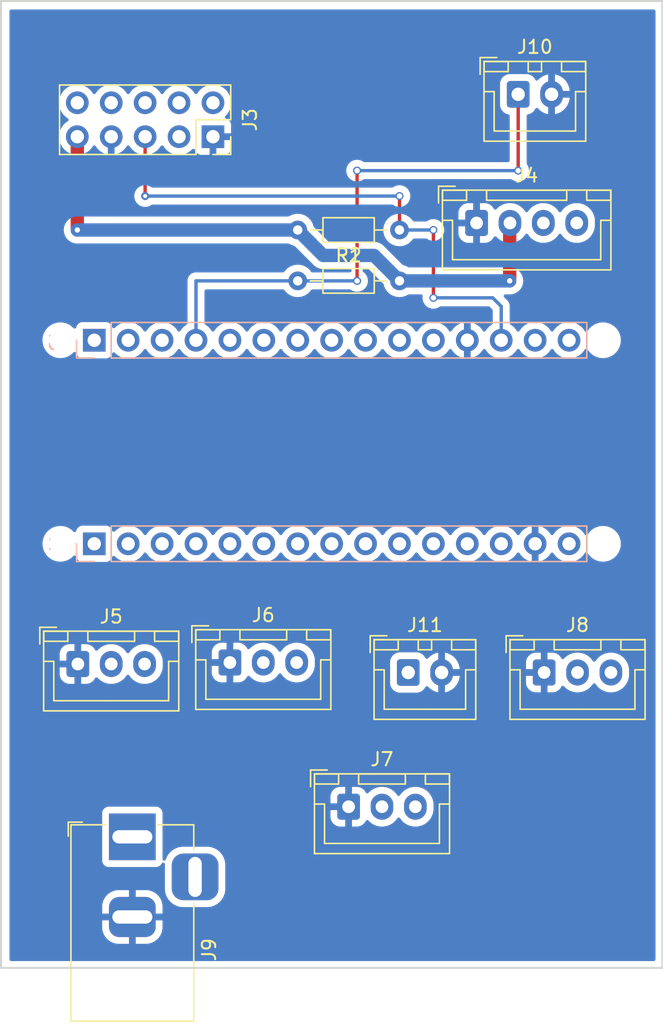
<source format=kicad_pcb>
(kicad_pcb (version 20211014) (generator pcbnew)
  (title_block (date "sam. 04 avril 2015"))
  (layers (0 "F.Cu" signal) (31 "B.Cu" signal) (34 "B.Paste" user) (35 "F.Paste" user) (36 "B.SilkS" user "B.Silkscreen") (37 "F.SilkS" user "F.Silkscreen") (38 "B.Mask" user) (39 "F.Mask" user) (44 "Edge.Cuts" user))
  (net 0 "")
  (net 1 "GND")
  (net 2 "/~{RESET}")
  (net 3 "VCC")
  (net 4 "/*D9")
  (net 5 "/D8")
  (net 6 "/D7")
  (net 7 "/*D6")
  (net 8 "/*D5")
  (net 9 "/D4")
  (net 10 "+5V")
  (net 11 "/A3")
  (net 12 "/A2")
  (net 13 "/A1")
  (net 14 "/A0")
  (net 15 "/AREF")
  (net 16 "/D0{slash}RX")
  (net 17 "/D1{slash}TX")
  (net 18 "+3V3")
  (net 19 "/A7")
  (net 20 "/A6")
  (net 21 "/A5{slash}SCL")
  (net 22 "/A4{slash}SDA")
  (net 23 "/D13{slash}SCK")
  (net 24 "/D2")
  (net 25 "/*D3")
  (net 26 "/*D10{slash}SS")
  (net 27 "/*D11{slash}MOSI")
  (net 28 "/D12{slash}MISO")
  (footprint "Connector_JST:JST_XH_B3B-XH-A_1x03_P2.50mm_Vertical" (layer "F.Cu") (at 137.505 108.365)
    (fp_text reference "J8" (at 2.5 -3.55) (layer "F.SilkS"))
    (fp_text value "to_ETC")
    (fp_line (start 7.55 -1.7) (end 7.55 -2.45) (layer "F.SilkS") (width 0.12))
    (fp_line (start 4.25 -2.45) (end 0.75 -2.45) (layer "F.SilkS") (width 0.12))
    (fp_line (start 0.75 -2.45) (end 0.75 -1.7) (layer "F.SilkS") (width 0.12))
    (fp_line (start -2.55 -1.7) (end -0.75 -1.7) (layer "F.SilkS") (width 0.12))
    (fp_line (start -2.56 3.51) (end 7.56 3.51) (layer "F.SilkS") (width 0.12))
    (fp_line (start -1.8 2.75) (end 2.5 2.75) (layer "F.SilkS") (width 0.12))
    (fp_line (start 7.56 3.51) (end 7.56 -2.46) (layer "F.SilkS") (width 0.12))
    (fp_line (start -2.55 -0.2) (end -1.8 -0.2) (layer "F.SilkS") (width 0.12))
    (fp_line (start 0.75 -1.7) (end 4.25 -1.7) (layer "F.SilkS") (width 0.12))
    (fp_line (start 7.55 -0.2) (end 6.8 -0.2) (layer "F.SilkS") (width 0.12))
    (fp_line (start 4.25 -1.7) (end 4.25 -2.45) (layer "F.SilkS") (width 0.12))
    (fp_line (start 5.75 -1.7) (end 7.55 -1.7) (layer "F.SilkS") (width 0.12))
    (fp_line (start 7.55 -2.45) (end 5.75 -2.45) (layer "F.SilkS") (width 0.12))
    (fp_line (start 5.75 -2.45) (end 5.75 -1.7) (layer "F.SilkS") (width 0.12))
    (fp_line (start -2.85 -2.75) (end -2.85 -1.5) (layer "F.SilkS") (width 0.12))
    (fp_line (start 6.8 2.75) (end 2.5 2.75) (layer "F.SilkS") (width 0.12))
    (fp_line (start -1.8 -0.2) (end -1.8 2.75) (layer "F.SilkS") (width 0.12))
    (fp_line (start 6.8 -0.2) (end 6.8 2.75) (layer "F.SilkS") (width 0.12))
    (fp_line (start 7.56 -2.46) (end -2.56 -2.46) (layer "F.SilkS") (width 0.12))
    (fp_line (start -1.6 -2.75) (end -2.85 -2.75) (layer "F.SilkS") (width 0.12))
    (fp_line (start -2.56 -2.46) (end -2.56 3.51) (layer "F.SilkS") (width 0.12))
    (fp_line (start -0.75 -2.45) (end -2.55 -2.45) (layer "F.SilkS") (width 0.12))
    (fp_line (start -0.75 -1.7) (end -0.75 -2.45) (layer "F.SilkS") (width 0.12))
    (fp_line (start -2.55 -2.45) (end -2.55 -1.7) (layer "F.SilkS") (width 0.12))
    (pad "1" thru_hole roundrect (at 0 0) (size 1.7 1.95) (drill 0.95) (layers *.Cu *.Mask) (roundrect_rratio 0.147059) (net 1 "GND"))
    (pad "2" thru_hole oval (at 2.5 0) (size 1.7 1.95) (drill 0.95) (layers *.Cu *.Mask) (net 11 "/A3"))
    (pad "3" thru_hole oval (at 5 0) (size 1.7 1.95) (drill 0.95) (layers *.Cu *.Mask) (net 10 "+5V"))
  )
  (footprint "Arduino_MountingHole:MountingHole_65mil" (layer "F.Cu") (at 101.27 83.49)
    (fp_text reference "MH2" hide)
    (fp_text value "MountingHole_65mil" hide)
    (pad "" np_thru_hole circle locked (at 0 0) (size 1.651 1.651) (drill 1.651) (layers F&B.Cu *.Mask))
  )
  (footprint "Connector_BarrelJack:BarrelJack_Horizontal" (layer "F.Cu") (at 106.6625 120.67 90)
    (fp_text reference "J9" (at -8.45 5.75 90) (layer "F.SilkS"))
    (fp_text value "DC5V")
    (fp_line (start 0.9 1.9) (end 0.9 4.6) (layer "F.SilkS") (width 0.12))
    (fp_line (start -13.8 -4.6) (end 0.9 -4.6) (layer "F.SilkS") (width 0.12))
    (fp_line (start 1.1 -3.75) (end 1.1 -4.8) (layer "F.SilkS") (width 0.12))
    (fp_line (start 0.9 4.6) (end -1 4.6) (layer "F.SilkS") (width 0.12))
    (fp_line (start 0.9 -4.6) (end 0.9 -2) (layer "F.SilkS") (width 0.12))
    (fp_line (start 0.05 -4.8) (end 1.1 -4.8) (layer "F.SilkS") (width 0.12))
    (fp_line (start -5 4.6) (end -13.8 4.6) (layer "F.SilkS") (width 0.12))
    (fp_line (start -13.8 4.6) (end -13.8 -4.6) (layer "F.SilkS") (width 0.12))
    (pad "1" thru_hole rect (at 0 0 90) (size 3.5 3.5) (drill oval 1 3) (layers *.Cu *.Mask) (net 10 "+5V"))
    (pad "2" thru_hole roundrect (at -6 0 90) (size 3 3.5) (drill oval 1 3) (layers *.Cu *.Mask) (net 1 "GND"))
    (pad "3" thru_hole roundrect (at -3 4.7 90) (size 3.5 3.5) (drill oval 3 1) (layers *.Cu *.Mask))
  )
  (footprint "Connector_PinSocket_2.54mm:PinSocket_2x05_P2.54mm_Vertical" (layer "F.Cu") (at 112.7 68.25 -90)
    (fp_text reference "J3" (at -1.27 -2.77 90) (layer "F.SilkS"))
    (fp_text value "to_W5500")
    (fp_line (start -3.87 11.49) (end 1.33 11.49) (layer "F.SilkS") (width 0.12))
    (fp_line (start 1.33 1.27) (end 1.33 11.49) (layer "F.SilkS") (width 0.12))
    (fp_line (start 1.33 -1.33) (end 1.33 0) (layer "F.SilkS") (width 0.12))
    (fp_line (start -1.27 -1.33) (end -1.27 1.27) (layer "F.SilkS") (width 0.12))
    (fp_line (start -1.27 1.27) (end 1.33 1.27) (layer "F.SilkS") (width 0.12))
    (fp_line (start 0 -1.33) (end 1.33 -1.33) (layer "F.SilkS") (width 0.12))
    (fp_line (start -3.87 -1.33) (end -1.27 -1.33) (layer "F.SilkS") (width 0.12))
    (fp_line (start -3.87 -1.33) (end -3.87 11.49) (layer "F.SilkS") (width 0.12))
    (pad "1" thru_hole rect (at 0 0 270) (size 1.7 1.7) (drill 1) (layers *.Cu *.Mask) (net 1 "GND"))
    (pad "2" thru_hole oval (at -2.54 0 270) (size 1.7 1.7) (drill 1) (layers *.Cu *.Mask) (net 23 "/D13{slash}SCK"))
    (pad "3" thru_hole oval (at 0 2.54 270) (size 1.7 1.7) (drill 1) (layers *.Cu *.Mask))
    (pad "4" thru_hole oval (at -2.54 2.54 270) (size 1.7 1.7) (drill 1) (layers *.Cu *.Mask) (net 26 "/*D10{slash}SS"))
    (pad "5" thru_hole oval (at 0 5.08 270) (size 1.7 1.7) (drill 1) (layers *.Cu *.Mask) (net 2 "/~{RESET}"))
    (pad "6" thru_hole oval (at -2.54 5.08 270) (size 1.7 1.7) (drill 1) (layers *.Cu *.Mask) (net 27 "/*D11{slash}MOSI"))
    (pad "7" thru_hole oval (at 0 7.62 270) (size 1.7 1.7) (drill 1) (layers *.Cu *.Mask) (net 1 "GND"))
    (pad "8" thru_hole oval (at -2.54 7.62 270) (size 1.7 1.7) (drill 1) (layers *.Cu *.Mask) (net 28 "/D12{slash}MISO"))
    (pad "9" thru_hole oval (at 0 10.16 270) (size 1.7 1.7) (drill 1) (layers *.Cu *.Mask) (net 10 "+5V"))
    (pad "10" thru_hole oval (at -2.54 10.16 270) (size 1.7 1.7) (drill 1) (layers *.Cu *.Mask))
  )
  (footprint "Connector_JST:JST_XH_B2B-XH-A_1x02_P2.50mm_Vertical" (layer "F.Cu") (at 135.56 65.075)
    (fp_text reference "J10" (at 1.25 -3.55) (layer "F.SilkS"))
    (fp_text value "SELE")
    (fp_line (start 5.06 3.51) (end 5.06 -2.46) (layer "F.SilkS") (width 0.12))
    (fp_line (start -0.75 -2.45) (end -2.55 -2.45) (layer "F.SilkS") (width 0.12))
    (fp_line (start 5.06 -2.46) (end -2.56 -2.46) (layer "F.SilkS") (width 0.12))
    (fp_line (start -1.8 2.75) (end 1.25 2.75) (layer "F.SilkS") (width 0.12))
    (fp_line (start 1.75 -1.7) (end 1.75 -2.45) (layer "F.SilkS") (width 0.12))
    (fp_line (start 4.3 2.75) (end 1.25 2.75) (layer "F.SilkS") (width 0.12))
    (fp_line (start -1.8 -0.2) (end -1.8 2.75) (layer "F.SilkS") (width 0.12))
    (fp_line (start 5.05 -2.45) (end 3.25 -2.45) (layer "F.SilkS") (width 0.12))
    (fp_line (start -2.55 -2.45) (end -2.55 -1.7) (layer "F.SilkS") (width 0.12))
    (fp_line (start -0.75 -1.7) (end -0.75 -2.45) (layer "F.SilkS") (width 0.12))
    (fp_line (start -2.55 -0.2) (end -1.8 -0.2) (layer "F.SilkS") (width 0.12))
    (fp_line (start 0.75 -1.7) (end 1.75 -1.7) (layer "F.SilkS") (width 0.12))
    (fp_line (start 1.75 -2.45) (end 0.75 -2.45) (layer "F.SilkS") (width 0.12))
    (fp_line (start 3.25 -2.45) (end 3.25 -1.7) (layer "F.SilkS") (width 0.12))
    (fp_line (start -2.55 -1.7) (end -0.75 -1.7) (layer "F.SilkS") (width 0.12))
    (fp_line (start -2.56 3.51) (end 5.06 3.51) (layer "F.SilkS") (width 0.12))
    (fp_line (start -2.56 -2.46) (end -2.56 3.51) (layer "F.SilkS") (width 0.12))
    (fp_line (start 3.25 -1.7) (end 5.05 -1.7) (layer "F.SilkS") (width 0.12))
    (fp_line (start -1.6 -2.75) (end -2.85 -2.75) (layer "F.SilkS") (width 0.12))
    (fp_line (start 5.05 -1.7) (end 5.05 -2.45) (layer "F.SilkS") (width 0.12))
    (fp_line (start -2.85 -2.75) (end -2.85 -1.5) (layer "F.SilkS") (width 0.12))
    (fp_line (start 0.75 -2.45) (end 0.75 -1.7) (layer "F.SilkS") (width 0.12))
    (fp_line (start 5.05 -0.2) (end 4.3 -0.2) (layer "F.SilkS") (width 0.12))
    (fp_line (start 4.3 -0.2) (end 4.3 2.75) (layer "F.SilkS") (width 0.12))
    (pad "1" thru_hole roundrect (at 0 0) (size 1.7 2) (drill 1) (layers *.Cu *.Mask) (roundrect_rratio 0.147059) (net 4 "/*D9"))
    (pad "2" thru_hole oval (at 2.5 0) (size 1.7 2) (drill 1) (layers *.Cu *.Mask) (net 1 "GND"))
  )
  (footprint "Arduino_MountingHole:MountingHole_65mil" (layer "F.Cu") (at 141.91 98.73)
    (fp_text reference "MH4" hide)
    (fp_text value "MountingHole_65mil" hide)
    (pad "" np_thru_hole circle locked (at 0 0) (size 1.651 1.651) (drill 1.651) (layers F&B.Cu *.Mask))
  )
  (footprint "Connector_JST:JST_XH_B3B-XH-A_1x03_P2.50mm_Vertical" (layer "F.Cu") (at 113.97 107.62)
    (fp_text reference "J6" (at 2.5 -3.55) (layer "F.SilkS"))
    (fp_text value "to_HUMI")
    (fp_line (start -1.8 2.75) (end 2.5 2.75) (layer "F.SilkS") (width 0.12))
    (fp_line (start 7.56 3.51) (end 7.56 -2.46) (layer "F.SilkS") (width 0.12))
    (fp_line (start -0.75 -1.7) (end -0.75 -2.45) (layer "F.SilkS") (width 0.12))
    (fp_line (start -2.56 3.51) (end 7.56 3.51) (layer "F.SilkS") (width 0.12))
    (fp_line (start 0.75 -2.45) (end 0.75 -1.7) (layer "F.SilkS") (width 0.12))
    (fp_line (start 7.55 -0.2) (end 6.8 -0.2) (layer "F.SilkS") (width 0.12))
    (fp_line (start 4.25 -2.45) (end 0.75 -2.45) (layer "F.SilkS") (width 0.12))
    (fp_line (start -2.55 -1.7) (end -0.75 -1.7) (layer "F.SilkS") (width 0.12))
    (fp_line (start 6.8 -0.2) (end 6.8 2.75) (layer "F.SilkS") (width 0.12))
    (fp_line (start 7.55 -1.7) (end 7.55 -2.45) (layer "F.SilkS") (width 0.12))
    (fp_line (start -1.8 -0.2) (end -1.8 2.75) (layer "F.SilkS") (width 0.12))
    (fp_line (start -1.6 -2.75) (end -2.85 -2.75) (layer "F.SilkS") (width 0.12))
    (fp_line (start -2.56 -2.46) (end -2.56 3.51) (layer "F.SilkS") (width 0.12))
    (fp_line (start 0.75 -1.7) (end 4.25 -1.7) (layer "F.SilkS") (width 0.12))
    (fp_line (start -0.75 -2.45) (end -2.55 -2.45) (layer "F.SilkS") (width 0.12))
    (fp_line (start -2.55 -0.2) (end -1.8 -0.2) (layer "F.SilkS") (width 0.12))
    (fp_line (start 7.55 -2.45) (end 5.75 -2.45) (layer "F.SilkS") (width 0.12))
    (fp_line (start -2.55 -2.45) (end -2.55 -1.7) (layer "F.SilkS") (width 0.12))
    (fp_line (start 6.8 2.75) (end 2.5 2.75) (layer "F.SilkS") (width 0.12))
    (fp_line (start 4.25 -1.7) (end 4.25 -2.45) (layer "F.SilkS") (width 0.12))
    (fp_line (start 7.56 -2.46) (end -2.56 -2.46) (layer "F.SilkS") (width 0.12))
    (fp_line (start 5.75 -1.7) (end 7.55 -1.7) (layer "F.SilkS") (width 0.12))
    (fp_line (start 5.75 -2.45) (end 5.75 -1.7) (layer "F.SilkS") (width 0.12))
    (fp_line (start -2.85 -2.75) (end -2.85 -1.5) (layer "F.SilkS") (width 0.12))
    (pad "1" thru_hole roundrect (at 0 0) (size 1.7 1.95) (drill 0.95) (layers *.Cu *.Mask) (roundrect_rratio 0.147059) (net 1 "GND"))
    (pad "2" thru_hole oval (at 2.5 0) (size 1.7 1.95) (drill 0.95) (layers *.Cu *.Mask) (net 13 "/A1"))
    (pad "3" thru_hole oval (at 5 0) (size 1.7 1.95) (drill 0.95) (layers *.Cu *.Mask) (net 10 "+5V"))
  )
  (footprint "Connector_JST:JST_XH_B2B-XH-A_1x02_P2.50mm_Vertical" (layer "F.Cu") (at 127.325 108.365)
    (fp_text reference "J11" (at 1.25 -3.55) (layer "F.SilkS"))
    (fp_text value "RESET")
    (fp_line (start 1.75 -2.45) (end 0.75 -2.45) (layer "F.SilkS") (width 0.12))
    (fp_line (start -0.75 -1.7) (end -0.75 -2.45) (layer "F.SilkS") (width 0.12))
    (fp_line (start -0.75 -2.45) (end -2.55 -2.45) (layer "F.SilkS") (width 0.12))
    (fp_line (start -2.56 -2.46) (end -2.56 3.51) (layer "F.SilkS") (width 0.12))
    (fp_line (start 5.05 -1.7) (end 5.05 -2.45) (layer "F.SilkS") (width 0.12))
    (fp_line (start 0.75 -2.45) (end 0.75 -1.7) (layer "F.SilkS") (width 0.12))
    (fp_line (start 3.25 -1.7) (end 5.05 -1.7) (layer "F.SilkS") (width 0.12))
    (fp_line (start 1.75 -1.7) (end 1.75 -2.45) (layer "F.SilkS") (width 0.12))
    (fp_line (start 5.05 -2.45) (end 3.25 -2.45) (layer "F.SilkS") (width 0.12))
    (fp_line (start -2.55 -0.2) (end -1.8 -0.2) (layer "F.SilkS") (width 0.12))
    (fp_line (start 5.06 -2.46) (end -2.56 -2.46) (layer "F.SilkS") (width 0.12))
    (fp_line (start -2.85 -2.75) (end -2.85 -1.5) (layer "F.SilkS") (width 0.12))
    (fp_line (start 5.06 3.51) (end 5.06 -2.46) (layer "F.SilkS") (width 0.12))
    (fp_line (start 4.3 2.75) (end 1.25 2.75) (layer "F.SilkS") (width 0.12))
    (fp_line (start 0.75 -1.7) (end 1.75 -1.7) (layer "F.SilkS") (width 0.12))
    (fp_line (start -1.6 -2.75) (end -2.85 -2.75) (layer "F.SilkS") (width 0.12))
    (fp_line (start 5.05 -0.2) (end 4.3 -0.2) (layer "F.SilkS") (width 0.12))
    (fp_line (start 3.25 -2.45) (end 3.25 -1.7) (layer "F.SilkS") (width 0.12))
    (fp_line (start -1.8 -0.2) (end -1.8 2.75) (layer "F.SilkS") (width 0.12))
    (fp_line (start -2.55 -1.7) (end -0.75 -1.7) (layer "F.SilkS") (width 0.12))
    (fp_line (start 4.3 -0.2) (end 4.3 2.75) (layer "F.SilkS") (width 0.12))
    (fp_line (start -2.56 3.51) (end 5.06 3.51) (layer "F.SilkS") (width 0.12))
    (fp_line (start -1.8 2.75) (end 1.25 2.75) (layer "F.SilkS") (width 0.12))
    (fp_line (start -2.55 -2.45) (end -2.55 -1.7) (layer "F.SilkS") (width 0.12))
    (pad "1" thru_hole roundrect (at 0 0) (size 1.7 2) (drill 1) (layers *.Cu *.Mask) (roundrect_rratio 0.147059) (net 2 "/~{RESET}"))
    (pad "2" thru_hole oval (at 2.5 0) (size 1.7 2) (drill 1) (layers *.Cu *.Mask) (net 1 "GND"))
  )
  (footprint "Connector_JST:JST_XH_B4B-XH-A_1x04_P2.50mm_Vertical" (layer "F.Cu") (at 132.445 74.71)
    (fp_text reference "J4" (at 3.75 -3.55) (layer "F.SilkS"))
    (fp_text value "to_LCD")
    (fp_line (start 10.05 -2.45) (end 8.25 -2.45) (layer "F.SilkS") (width 0.12))
    (fp_line (start -2.55 -0.2) (end -1.8 -0.2) (layer "F.SilkS") (width 0.12))
    (fp_line (start -1.6 -2.75) (end -2.85 -2.75) (layer "F.SilkS") (width 0.12))
    (fp_line (start -2.56 3.51) (end 10.06 3.51) (layer "F.SilkS") (width 0.12))
    (fp_line (start 9.3 -0.2) (end 9.3 2.75) (layer "F.SilkS") (width 0.12))
    (fp_line (start 8.25 -2.45) (end 8.25 -1.7) (layer "F.SilkS") (width 0.12))
    (fp_line (start -0.75 -2.45) (end -2.55 -2.45) (layer "F.SilkS") (width 0.12))
    (fp_line (start 6.75 -1.7) (end 6.75 -2.45) (layer "F.SilkS") (width 0.12))
    (fp_line (start 10.06 -2.46) (end -2.56 -2.46) (layer "F.SilkS") (width 0.12))
    (fp_line (start 0.75 -1.7) (end 6.75 -1.7) (layer "F.SilkS") (width 0.12))
    (fp_line (start -0.75 -1.7) (end -0.75 -2.45) (layer "F.SilkS") (width 0.12))
    (fp_line (start 10.06 3.51) (end 10.06 -2.46) (layer "F.SilkS") (width 0.12))
    (fp_line (start 6.75 -2.45) (end 0.75 -2.45) (layer "F.SilkS") (width 0.12))
    (fp_line (start -2.55 -2.45) (end -2.55 -1.7) (layer "F.SilkS") (width 0.12))
    (fp_line (start -2.55 -1.7) (end -0.75 -1.7) (layer "F.SilkS") (width 0.12))
    (fp_line (start -2.85 -2.75) (end -2.85 -1.5) (layer "F.SilkS") (width 0.12))
    (fp_line (start 10.05 -1.7) (end 10.05 -2.45) (layer "F.SilkS") (width 0.12))
    (fp_line (start 8.25 -1.7) (end 10.05 -1.7) (layer "F.SilkS") (width 0.12))
    (fp_line (start 0.75 -2.45) (end 0.75 -1.7) (layer "F.SilkS") (width 0.12))
    (fp_line (start 9.3 2.75) (end 3.75 2.75) (layer "F.SilkS") (width 0.12))
    (fp_line (start -2.56 -2.46) (end -2.56 3.51) (layer "F.SilkS") (width 0.12))
    (fp_line (start -1.8 2.75) (end 3.75 2.75) (layer "F.SilkS") (width 0.12))
    (fp_line (start -1.8 -0.2) (end -1.8 2.75) (layer "F.SilkS") (width 0.12))
    (fp_line (start 10.05 -0.2) (end 9.3 -0.2) (layer "F.SilkS") (width 0.12))
    (pad "1" thru_hole roundrect (at 0 0) (size 1.7 1.95) (drill 0.95) (layers *.Cu *.Mask) (roundrect_rratio 0.147059) (net 1 "GND"))
    (pad "2" thru_hole oval (at 2.5 0) (size 1.7 1.95) (drill 0.95) (layers *.Cu *.Mask) (net 10 "+5V"))
    (pad "3" thru_hole oval (at 5 0) (size 1.7 1.95) (drill 0.95) (layers *.Cu *.Mask) (net 22 "/A4{slash}SDA"))
    (pad "4" thru_hole oval (at 7.5 0) (size 1.7 1.95) (drill 0.95) (layers *.Cu *.Mask) (net 21 "/A5{slash}SCL"))
  )
  (footprint "Connector_JST:JST_XH_B3B-XH-A_1x03_P2.50mm_Vertical" (layer "F.Cu") (at 122.86 118.415)
    (fp_text reference "J7" (at 2.5 -3.55) (layer "F.SilkS"))
    (fp_text value "to_ILLU")
    (fp_line (start 6.8 2.75) (end 2.5 2.75) (layer "F.SilkS") (width 0.12))
    (fp_line (start -1.6 -2.75) (end -2.85 -2.75) (layer "F.SilkS") (width 0.12))
    (fp_line (start 4.25 -2.45) (end 0.75 -2.45) (layer "F.SilkS") (width 0.12))
    (fp_line (start -2.85 -2.75) (end -2.85 -1.5) (layer "F.SilkS") (width 0.12))
    (fp_line (start 4.25 -1.7) (end 4.25 -2.45) (layer "F.SilkS") (width 0.12))
    (fp_line (start 7.55 -2.45) (end 5.75 -2.45) (layer "F.SilkS") (width 0.12))
    (fp_line (start 0.75 -1.7) (end 4.25 -1.7) (layer "F.SilkS") (width 0.12))
    (fp_line (start 5.75 -1.7) (end 7.55 -1.7) (layer "F.SilkS") (width 0.12))
    (fp_line (start 7.55 -1.7) (end 7.55 -2.45) (layer "F.SilkS") (width 0.12))
    (fp_line (start -2.55 -1.7) (end -0.75 -1.7) (layer "F.SilkS") (width 0.12))
    (fp_line (start -2.56 -2.46) (end -2.56 3.51) (layer "F.SilkS") (width 0.12))
    (fp_line (start 7.56 -2.46) (end -2.56 -2.46) (layer "F.SilkS") (width 0.12))
    (fp_line (start 6.8 -0.2) (end 6.8 2.75) (layer "F.SilkS") (width 0.12))
    (fp_line (start -0.75 -1.7) (end -0.75 -2.45) (layer "F.SilkS") (width 0.12))
    (fp_line (start -1.8 -0.2) (end -1.8 2.75) (layer "F.SilkS") (width 0.12))
    (fp_line (start -0.75 -2.45) (end -2.55 -2.45) (layer "F.SilkS") (width 0.12))
    (fp_line (start -2.55 -0.2) (end -1.8 -0.2) (layer "F.SilkS") (width 0.12))
    (fp_line (start 7.55 -0.2) (end 6.8 -0.2) (layer "F.SilkS") (width 0.12))
    (fp_line (start -1.8 2.75) (end 2.5 2.75) (layer "F.SilkS") (width 0.12))
    (fp_line (start 7.56 3.51) (end 7.56 -2.46) (layer "F.SilkS") (width 0.12))
    (fp_line (start 5.75 -2.45) (end 5.75 -1.7) (layer "F.SilkS") (width 0.12))
    (fp_line (start -2.56 3.51) (end 7.56 3.51) (layer "F.SilkS") (width 0.12))
    (fp_line (start 0.75 -2.45) (end 0.75 -1.7) (layer "F.SilkS") (width 0.12))
    (fp_line (start -2.55 -2.45) (end -2.55 -1.7) (layer "F.SilkS") (width 0.12))
    (pad "1" thru_hole roundrect (at 0 0) (size 1.7 1.95) (drill 0.95) (layers *.Cu *.Mask) (roundrect_rratio 0.147059) (net 1 "GND"))
    (pad "2" thru_hole oval (at 2.5 0) (size 1.7 1.95) (drill 0.95) (layers *.Cu *.Mask) (net 12 "/A2"))
    (pad "3" thru_hole oval (at 5 0) (size 1.7 1.95) (drill 0.95) (layers *.Cu *.Mask) (net 10 "+5V"))
  )
  (footprint "Arduino_MountingHole:MountingHole_65mil" (layer "F.Cu") (at 101.27 98.73)
    (fp_text reference "MH1" hide)
    (fp_text value "MountingHole_65mil" hide)
    (pad "" np_thru_hole circle locked (at 0 0) (size 1.651 1.651) (drill 1.651) (layers F&B.Cu *.Mask))
  )
  (footprint "Arduino_MountingHole:MountingHole_65mil" (layer "F.Cu") (at 141.91 83.49)
    (fp_text reference "MH3" hide)
    (fp_text value "MountingHole_65mil" hide)
    (pad "" np_thru_hole circle locked (at 0 0) (size 1.651 1.651) (drill 1.651) (layers F&B.Cu *.Mask))
  )
  (footprint "Connector_JST:JST_XH_B3B-XH-A_1x03_P2.50mm_Vertical" (layer "F.Cu") (at 102.58 107.73)
    (fp_text reference "J5" (at 2.5 -3.55) (layer "F.SilkS"))
    (fp_text value "to_TEMP")
    (fp_line (start 0.75 -1.7) (end 4.25 -1.7) (layer "F.SilkS") (width 0.12))
    (fp_line (start -1.6 -2.75) (end -2.85 -2.75) (layer "F.SilkS") (width 0.12))
    (fp_line (start -1.8 -0.2) (end -1.8 2.75) (layer "F.SilkS") (width 0.12))
    (fp_line (start -2.55 -1.7) (end -0.75 -1.7) (layer "F.SilkS") (width 0.12))
    (fp_line (start 6.8 2.75) (end 2.5 2.75) (layer "F.SilkS") (width 0.12))
    (fp_line (start 4.25 -1.7) (end 4.25 -2.45) (layer "F.SilkS") (width 0.12))
    (fp_line (start 7.56 -2.46) (end -2.56 -2.46) (layer "F.SilkS") (width 0.12))
    (fp_line (start 0.75 -2.45) (end 0.75 -1.7) (layer "F.SilkS") (width 0.12))
    (fp_line (start 5.75 -2.45) (end 5.75 -1.7) (layer "F.SilkS") (width 0.12))
    (fp_line (start 7.56 3.51) (end 7.56 -2.46) (layer "F.SilkS") (width 0.12))
    (fp_line (start 7.55 -2.45) (end 5.75 -2.45) (layer "F.SilkS") (width 0.12))
    (fp_line (start 4.25 -2.45) (end 0.75 -2.45) (layer "F.SilkS") (width 0.12))
    (fp_line (start -2.56 -2.46) (end -2.56 3.51) (layer "F.SilkS") (width 0.12))
    (fp_line (start -1.8 2.75) (end 2.5 2.75) (layer "F.SilkS") (width 0.12))
    (fp_line (start 7.55 -0.2) (end 6.8 -0.2) (layer "F.SilkS") (width 0.12))
    (fp_line (start 6.8 -0.2) (end 6.8 2.75) (layer "F.SilkS") (width 0.12))
    (fp_line (start -2.55 -0.2) (end -1.8 -0.2) (layer "F.SilkS") (width 0.12))
    (fp_line (start -0.75 -1.7) (end -0.75 -2.45) (layer "F.SilkS") (width 0.12))
    (fp_line (start -2.55 -2.45) (end -2.55 -1.7) (layer "F.SilkS") (width 0.12))
    (fp_line (start 5.75 -1.7) (end 7.55 -1.7) (layer "F.SilkS") (width 0.12))
    (fp_line (start -0.75 -2.45) (end -2.55 -2.45) (layer "F.SilkS") (width 0.12))
    (fp_line (start -2.85 -2.75) (end -2.85 -1.5) (layer "F.SilkS") (width 0.12))
    (fp_line (start -2.56 3.51) (end 7.56 3.51) (layer "F.SilkS") (width 0.12))
    (fp_line (start 7.55 -1.7) (end 7.55 -2.45) (layer "F.SilkS") (width 0.12))
    (pad "1" thru_hole roundrect (at 0 0) (size 1.7 1.95) (drill 0.95) (layers *.Cu *.Mask) (roundrect_rratio 0.147059) (net 1 "GND"))
    (pad "2" thru_hole oval (at 2.5 0) (size 1.7 1.95) (drill 0.95) (layers *.Cu *.Mask) (net 14 "/A0"))
    (pad "3" thru_hole oval (at 5 0) (size 1.7 1.95) (drill 0.95) (layers *.Cu *.Mask) (net 10 "+5V"))
  )
  (footprint "Resistor_THT:R_Axial_DIN0204_L3.6mm_D1.6mm_P7.62mm_Horizontal" (layer "F.Cu") (at 126.67 75.235 180)
    (fp_text reference "R1" (at 3.81 -1.92) (layer "F.SilkS"))
    (fp_text value "10k")
    (fp_line (start 5.73 0.92) (end 5.73 -0.92) (layer "F.SilkS") (width 0.12))
    (fp_line (start 1.89 0.92) (end 5.73 0.92) (layer "F.SilkS") (width 0.12))
    (fp_line (start 0.94 0) (end 1.89 0) (layer "F.SilkS") (width 0.12))
    (fp_line (start 6.68 0) (end 5.73 0) (layer "F.SilkS") (width 0.12))
    (fp_line (start 1.89 -0.92) (end 1.89 0.92) (layer "F.SilkS") (width 0.12))
    (fp_line (start 5.73 -0.92) (end 1.89 -0.92) (layer "F.SilkS") (width 0.12))
    (pad "1" thru_hole circle (at 0 0 180) (size 1.4 1.4) (drill 0.7) (layers *.Cu *.Mask) (net 2 "/~{RESET}"))
    (pad "2" thru_hole oval (at 7.62 0 180) (size 1.4 1.4) (drill 0.7) (layers *.Cu *.Mask) (net 10 "+5V"))
  )
  (footprint "Resistor_THT:R_Axial_DIN0204_L3.6mm_D1.6mm_P7.62mm_Horizontal" (layer "F.Cu") (at 119.05 79.045)
    (fp_text reference "R2" (at 3.81 -1.92) (layer "F.SilkS"))
    (fp_text value "10k")
    (fp_line (start 6.68 0) (end 5.73 0) (layer "F.SilkS") (width 0.12))
    (fp_line (start 1.89 -0.92) (end 1.89 0.92) (layer "F.SilkS") (width 0.12))
    (fp_line (start 0.94 0) (end 1.89 0) (layer "F.SilkS") (width 0.12))
    (fp_line (start 1.89 0.92) (end 5.73 0.92) (layer "F.SilkS") (width 0.12))
    (fp_line (start 5.73 -0.92) (end 1.89 -0.92) (layer "F.SilkS") (width 0.12))
    (fp_line (start 5.73 0.92) (end 5.73 -0.92) (layer "F.SilkS") (width 0.12))
    (pad "1" thru_hole circle (at 0 0) (size 1.4 1.4) (drill 0.7) (layers *.Cu *.Mask) (net 4 "/*D9"))
    (pad "2" thru_hole oval (at 7.62 0) (size 1.4 1.4) (drill 0.7) (layers *.Cu *.Mask) (net 10 "+5V"))
  )
  (footprint "Connector_PinSocket_2.54mm:PinSocket_1x15_P2.54mm_Vertical" (layer "B.Cu") (at 103.81 98.73 -90)
    (fp_text reference "J1" (at 0 2.77 90) (layer "B.SilkS") (effects (justify mirror)))
    (fp_text value "Analog")
    (fp_line (start -1.33 -36.89) (end 1.33 -36.89) (layer "B.SilkS") (width 0.12))
    (fp_line (start 1.33 1.33) (end 1.33 0) (layer "B.SilkS") (width 0.12))
    (fp_line (start 0 1.33) (end 1.33 1.33) (layer "B.SilkS") (width 0.12))
    (fp_line (start 1.33 -1.27) (end 1.33 -36.89) (layer "B.SilkS") (width 0.12))
    (fp_line (start -1.33 -1.27) (end -1.33 -36.89) (layer "B.SilkS") (width 0.12))
    (fp_line (start -1.33 -1.27) (end 1.33 -1.27) (layer "B.SilkS") (width 0.12))
    (pad "1" thru_hole rect locked (at 0 0 270) (size 1.7 1.7) (drill 1) (layers *.Cu *.Mask) (net 23 "/D13{slash}SCK"))
    (pad "2" thru_hole oval locked (at 0 -2.54 270) (size 1.7 1.7) (drill 1) (layers *.Cu *.Mask) (net 18 "+3V3"))
    (pad "3" thru_hole oval locked (at 0 -5.08 270) (size 1.7 1.7) (drill 1) (layers *.Cu *.Mask) (net 15 "/AREF"))
    (pad "4" thru_hole oval locked (at 0 -7.62 270) (size 1.7 1.7) (drill 1) (layers *.Cu *.Mask) (net 14 "/A0"))
    (pad "5" thru_hole oval locked (at 0 -10.16 270) (size 1.7 1.7) (drill 1) (layers *.Cu *.Mask) (net 13 "/A1"))
    (pad "6" thru_hole oval locked (at 0 -12.7 270) (size 1.7 1.7) (drill 1) (layers *.Cu *.Mask) (net 12 "/A2"))
    (pad "7" thru_hole oval locked (at 0 -15.24 270) (size 1.7 1.7) (drill 1) (layers *.Cu *.Mask) (net 11 "/A3"))
    (pad "8" thru_hole oval locked (at 0 -17.78 270) (size 1.7 1.7) (drill 1) (layers *.Cu *.Mask) (net 22 "/A4{slash}SDA"))
    (pad "9" thru_hole oval locked (at 0 -20.32 270) (size 1.7 1.7) (drill 1) (layers *.Cu *.Mask) (net 21 "/A5{slash}SCL"))
    (pad "10" thru_hole oval locked (at 0 -22.86 270) (size 1.7 1.7) (drill 1) (layers *.Cu *.Mask) (net 20 "/A6"))
    (pad "11" thru_hole oval locked (at 0 -25.4 270) (size 1.7 1.7) (drill 1) (layers *.Cu *.Mask) (net 19 "/A7"))
    (pad "12" thru_hole oval locked (at 0 -27.94 270) (size 1.7 1.7) (drill 1) (layers *.Cu *.Mask) (net 10 "+5V"))
    (pad "13" thru_hole oval locked (at 0 -30.48 270) (size 1.7 1.7) (drill 1) (layers *.Cu *.Mask) (net 2 "/~{RESET}"))
    (pad "14" thru_hole oval locked (at 0 -33.02 270) (size 1.7 1.7) (drill 1) (layers *.Cu *.Mask) (net 1 "GND"))
    (pad "15" thru_hole oval locked (at 0 -35.56 270) (size 1.7 1.7) (drill 1) (layers *.Cu *.Mask) (net 3 "VCC"))
  )
  (footprint "Connector_PinSocket_2.54mm:PinSocket_1x15_P2.54mm_Vertical" (layer "B.Cu") (at 103.81 83.49 -90)
    (fp_text reference "J2" (at 0 2.77 90) (layer "B.SilkS") (effects (justify mirror)))
    (fp_text value "Digital")
    (fp_line (start 1.33 1.33) (end 1.33 0) (layer "B.SilkS") (width 0.12))
    (fp_line (start 1.33 -1.27) (end 1.33 -36.89) (layer "B.SilkS") (width 0.12))
    (fp_line (start -1.33 -1.27) (end 1.33 -1.27) (layer "B.SilkS") (width 0.12))
    (fp_line (start 0 1.33) (end 1.33 1.33) (layer "B.SilkS") (width 0.12))
    (fp_line (start -1.33 -36.89) (end 1.33 -36.89) (layer "B.SilkS") (width 0.12))
    (fp_line (start -1.33 -1.27) (end -1.33 -36.89) (layer "B.SilkS") (width 0.12))
    (pad "1" thru_hole rect locked (at 0 0 270) (size 1.7 1.7) (drill 1) (layers *.Cu *.Mask) (net 28 "/D12{slash}MISO"))
    (pad "2" thru_hole oval locked (at 0 -2.54 270) (size 1.7 1.7) (drill 1) (layers *.Cu *.Mask) (net 27 "/*D11{slash}MOSI"))
    (pad "3" thru_hole oval locked (at 0 -5.08 270) (size 1.7 1.7) (drill 1) (layers *.Cu *.Mask) (net 26 "/*D10{slash}SS"))
    (pad "4" thru_hole oval locked (at 0 -7.62 270) (size 1.7 1.7) (drill 1) (layers *.Cu *.Mask) (net 4 "/*D9"))
    (pad "5" thru_hole oval locked (at 0 -10.16 270) (size 1.7 1.7) (drill 1) (layers *.Cu *.Mask) (net 5 "/D8"))
    (pad "6" thru_hole oval locked (at 0 -12.7 270) (size 1.7 1.7) (drill 1) (layers *.Cu *.Mask) (net 6 "/D7"))
    (pad "7" thru_hole oval locked (at 0 -15.24 270) (size 1.7 1.7) (drill 1) (layers *.Cu *.Mask) (net 7 "/*D6"))
    (pad "8" thru_hole oval locked (at 0 -17.78 270) (size 1.7 1.7) (drill 1) (layers *.Cu *.Mask) (net 8 "/*D5"))
    (pad "9" thru_hole oval locked (at 0 -20.32 270) (size 1.7 1.7) (drill 1) (layers *.Cu *.Mask) (net 9 "/D4"))
    (pad "10" thru_hole oval locked (at 0 -22.86 270) (size 1.7 1.7) (drill 1) (layers *.Cu *.Mask) (net 25 "/*D3"))
    (pad "11" thru_hole oval locked (at 0 -25.4 270) (size 1.7 1.7) (drill 1) (layers *.Cu *.Mask) (net 24 "/D2"))
    (pad "12" thru_hole oval locked (at 0 -27.94 270) (size 1.7 1.7) (drill 1) (layers *.Cu *.Mask) (net 1 "GND"))
    (pad "13" thru_hole oval locked (at 0 -30.48 270) (size 1.7 1.7) (drill 1) (layers *.Cu *.Mask) (net 2 "/~{RESET}"))
    (pad "14" thru_hole oval locked (at 0 -33.02 270) (size 1.7 1.7) (drill 1) (layers *.Cu *.Mask) (net 16 "/D0{slash}RX"))
    (pad "15" thru_hole oval locked (at 0 -35.56 270) (size 1.7 1.7) (drill 1) (layers *.Cu *.Mask) (net 17 "/D1{slash}TX"))
  )
  (gr_rect (start 96.825 58.09) (end 146.355 130.48) (layer "Edge.Cuts") (width 0.15) (fill none))
  (segment (start 107.62 68.25) (end 107.62 72.695) (width 0.25) (layer "F.Cu") (net 2))
  (segment (start 129.21 75.235) (end 129.21 80.315) (width 0.25) (layer "F.Cu") (net 2))
  (segment (start 126.67 72.695) (end 126.67 75.235) (width 0.25) (layer "F.Cu") (net 2))
  (via (at 129.21 80.315) (size 0.6) (drill 0.4) (layers "F.Cu" "B.Cu") (net 2))
  (via (at 107.62 72.695) (size 0.6) (drill 0.3) (layers "F.Cu" "B.Cu") (net 2))
  (via (at 126.67 72.695) (size 0.6) (drill 0.4) (layers "F.Cu" "B.Cu") (net 2))
  (via (at 129.21 75.235) (size 0.6) (drill 0.4) (layers "F.Cu" "B.Cu") (net 2))
  (segment (start 133.655 80.315) (end 134.29 80.95) (width 0.25) (layer "B.Cu") (net 2))
  (segment (start 107.62 72.695) (end 126.67 72.695) (width 0.25) (layer "B.Cu") (net 2))
  (segment (start 126.67 75.235) (end 129.21 75.235) (width 0.25) (layer "B.Cu") (net 2))
  (segment (start 129.21 80.315) (end 133.655 80.315) (width 0.25) (layer "B.Cu") (net 2))
  (segment (start 134.29 80.95) (end 134.29 83.49) (width 0.25) (layer "B.Cu") (net 2))
  (segment (start 135.56 70.79) (end 135.56 65.075) (width 0.25) (layer "F.Cu") (net 4))
  (segment (start 123.495 79.045) (end 123.495 70.79) (width 0.25) (layer "F.Cu") (net 4))
  (via (at 123.495 79.045) (size 0.6) (drill 0.4) (layers "F.Cu" "B.Cu") (net 4))
  (via (at 123.495 70.79) (size 0.6) (drill 0.4) (layers "F.Cu" "B.Cu") (net 4))
  (via (at 135.56 70.79) (size 0.6) (drill 0.4) (layers "F.Cu" "B.Cu") (net 4))
  (segment (start 119.05 79.045) (end 123.495 79.045) (width 0.25) (layer "B.Cu") (net 4))
  (segment (start 111.43 79.045) (end 119.05 79.045) (width 0.25) (layer "B.Cu") (net 4))
  (segment (start 111.43 83.49) (end 111.43 79.045) (width 0.25) (layer "B.Cu") (net 4))
  (segment (start 123.495 70.79) (end 135.56 70.79) (width 0.25) (layer "B.Cu") (net 4))
  (segment (start 134.925 79.045) (end 134.925 74.73) (width 1) (layer "F.Cu") (net 10))
  (segment (start 134.925 74.73) (end 134.945 74.71) (width 1) (layer "F.Cu") (net 10))
  (segment (start 102.54 75.235) (end 102.54 68.25) (width 1) (layer "F.Cu") (net 10))
  (via (at 134.925 79.045) (size 0.8) (drill 0.4) (layers "F.Cu" "B.Cu") (net 10))
  (via (at 102.54 75.235) (size 0.8) (drill 0.4) (layers "F.Cu" "B.Cu") (net 10))
  (segment (start 124.765 77.14) (end 126.67 79.045) (width 1) (layer "B.Cu") (net 10))
  (segment (start 120.955 77.14) (end 124.765 77.14) (width 1) (layer "B.Cu") (net 10))
  (segment (start 119.05 75.235) (end 102.54 75.235) (width 1) (layer "B.Cu") (net 10))
  (segment (start 119.05 75.235) (end 120.955 77.14) (width 1) (layer "B.Cu") (net 10))
  (segment (start 126.67 79.045) (end 134.925 79.045) (width 1) (layer "B.Cu") (net 10))
  (zone (net 1) (net_name "GND") (layer "B.Cu") (connect_pads (clearance 0.508)) (min_thickness 0.254) (fill yes (thermal_gap 0.508) (thermal_bridge_width 0.508))
    (polygon (pts (xy 146.355 130.48) (xy 97.46 130.48) (xy 97.46 58.725) (xy 146.355 58.725)))
  )
)
</source>
